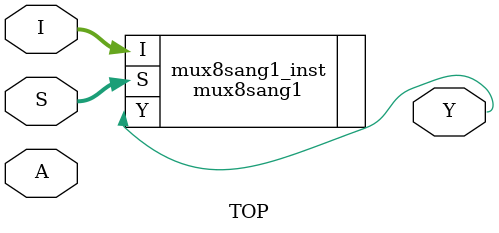
<source format=v>
`timescale 1ns / 1ps
module TOP(
   input A,
   input [9:0] I,
   input [3:0] S,
   output reg Y
);

reg [7:0] B;

hienthiled xuathienxenke2led_inst(
   .A(A),
   .B(B)
);

mux8sang1 mux8sang1_inst(
   .I(I),
   .S(S),
   .Y(Y)
);

endmodule




</source>
